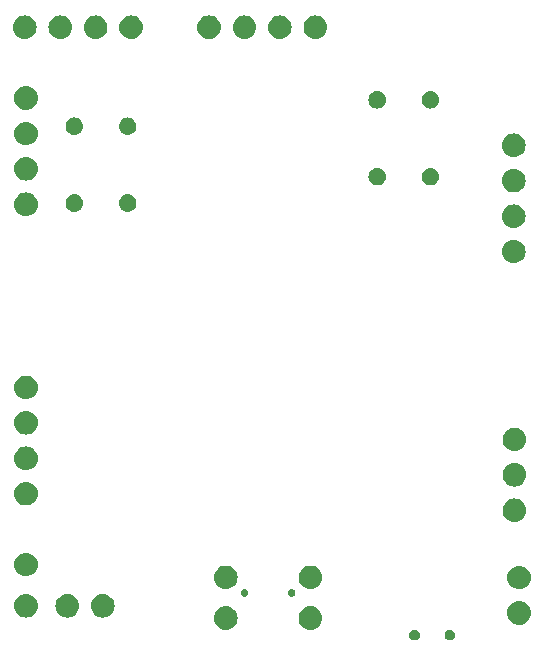
<source format=gbr>
%TF.GenerationSoftware,KiCad,Pcbnew,8.0.6*%
%TF.CreationDate,2025-01-16T10:56:52-08:00*%
%TF.ProjectId,DeskCleanerRobot2,4465736b-436c-4656-916e-6572526f626f,rev?*%
%TF.SameCoordinates,Original*%
%TF.FileFunction,Soldermask,Bot*%
%TF.FilePolarity,Negative*%
%FSLAX46Y46*%
G04 Gerber Fmt 4.6, Leading zero omitted, Abs format (unit mm)*
G04 Created by KiCad (PCBNEW 8.0.6) date 2025-01-16 10:56:52*
%MOMM*%
%LPD*%
G01*
G04 APERTURE LIST*
G04 APERTURE END LIST*
G36*
X133586937Y-84565666D02*
G01*
X133694687Y-84634913D01*
X133778564Y-84731712D01*
X133831772Y-84848220D01*
X133850000Y-84975000D01*
X133831772Y-85101780D01*
X133778564Y-85218288D01*
X133694687Y-85315087D01*
X133586937Y-85384334D01*
X133464042Y-85420420D01*
X133335958Y-85420420D01*
X133213063Y-85384334D01*
X133105313Y-85315087D01*
X133021436Y-85218288D01*
X132968228Y-85101780D01*
X132950000Y-84975000D01*
X132968228Y-84848220D01*
X133021436Y-84731712D01*
X133105313Y-84634913D01*
X133213063Y-84565666D01*
X133335958Y-84529580D01*
X133464042Y-84529580D01*
X133586937Y-84565666D01*
G37*
G36*
X136586937Y-84565666D02*
G01*
X136694687Y-84634913D01*
X136778564Y-84731712D01*
X136831772Y-84848220D01*
X136850000Y-84975000D01*
X136831772Y-85101780D01*
X136778564Y-85218288D01*
X136694687Y-85315087D01*
X136586937Y-85384334D01*
X136464042Y-85420420D01*
X136335958Y-85420420D01*
X136213063Y-85384334D01*
X136105313Y-85315087D01*
X136021436Y-85218288D01*
X135968228Y-85101780D01*
X135950000Y-84975000D01*
X135968228Y-84848220D01*
X136021436Y-84731712D01*
X136105313Y-84634913D01*
X136213063Y-84565666D01*
X136335958Y-84529580D01*
X136464042Y-84529580D01*
X136586937Y-84565666D01*
G37*
G36*
X117619603Y-82551667D02*
G01*
X117806727Y-82608430D01*
X117979181Y-82700609D01*
X118130339Y-82824661D01*
X118254391Y-82975819D01*
X118346570Y-83148273D01*
X118403333Y-83335397D01*
X118422500Y-83530000D01*
X118403333Y-83724603D01*
X118346570Y-83911727D01*
X118254391Y-84084181D01*
X118130339Y-84235339D01*
X117979181Y-84359391D01*
X117806727Y-84451570D01*
X117619603Y-84508333D01*
X117425000Y-84527500D01*
X117230397Y-84508333D01*
X117043273Y-84451570D01*
X116870819Y-84359391D01*
X116719661Y-84235339D01*
X116595609Y-84084181D01*
X116503430Y-83911727D01*
X116446667Y-83724603D01*
X116427500Y-83530000D01*
X116446667Y-83335397D01*
X116503430Y-83148273D01*
X116595609Y-82975819D01*
X116719661Y-82824661D01*
X116870819Y-82700609D01*
X117043273Y-82608430D01*
X117230397Y-82551667D01*
X117425000Y-82532500D01*
X117619603Y-82551667D01*
G37*
G36*
X124769603Y-82551667D02*
G01*
X124956727Y-82608430D01*
X125129181Y-82700609D01*
X125280339Y-82824661D01*
X125404391Y-82975819D01*
X125496570Y-83148273D01*
X125553333Y-83335397D01*
X125572500Y-83530000D01*
X125553333Y-83724603D01*
X125496570Y-83911727D01*
X125404391Y-84084181D01*
X125280339Y-84235339D01*
X125129181Y-84359391D01*
X124956727Y-84451570D01*
X124769603Y-84508333D01*
X124575000Y-84527500D01*
X124380397Y-84508333D01*
X124193273Y-84451570D01*
X124020819Y-84359391D01*
X123869661Y-84235339D01*
X123745609Y-84084181D01*
X123653430Y-83911727D01*
X123596667Y-83724603D01*
X123577500Y-83530000D01*
X123596667Y-83335397D01*
X123653430Y-83148273D01*
X123745609Y-82975819D01*
X123869661Y-82824661D01*
X124020819Y-82700609D01*
X124193273Y-82608430D01*
X124380397Y-82551667D01*
X124575000Y-82532500D01*
X124769603Y-82551667D01*
G37*
G36*
X142445090Y-82119215D02*
G01*
X142632683Y-82176120D01*
X142805570Y-82268530D01*
X142957107Y-82392893D01*
X143081470Y-82544430D01*
X143173880Y-82717317D01*
X143230785Y-82904910D01*
X143250000Y-83100000D01*
X143230785Y-83295090D01*
X143173880Y-83482683D01*
X143081470Y-83655570D01*
X142957107Y-83807107D01*
X142805570Y-83931470D01*
X142632683Y-84023880D01*
X142445090Y-84080785D01*
X142250000Y-84100000D01*
X142054910Y-84080785D01*
X141867317Y-84023880D01*
X141694430Y-83931470D01*
X141542893Y-83807107D01*
X141418530Y-83655570D01*
X141326120Y-83482683D01*
X141269215Y-83295090D01*
X141250000Y-83100000D01*
X141269215Y-82904910D01*
X141326120Y-82717317D01*
X141418530Y-82544430D01*
X141542893Y-82392893D01*
X141694430Y-82268530D01*
X141867317Y-82176120D01*
X142054910Y-82119215D01*
X142250000Y-82100000D01*
X142445090Y-82119215D01*
G37*
G36*
X100695090Y-81519215D02*
G01*
X100882683Y-81576120D01*
X101055570Y-81668530D01*
X101207107Y-81792893D01*
X101331470Y-81944430D01*
X101423880Y-82117317D01*
X101480785Y-82304910D01*
X101500000Y-82500000D01*
X101480785Y-82695090D01*
X101423880Y-82882683D01*
X101331470Y-83055570D01*
X101207107Y-83207107D01*
X101055570Y-83331470D01*
X100882683Y-83423880D01*
X100695090Y-83480785D01*
X100500000Y-83500000D01*
X100304910Y-83480785D01*
X100117317Y-83423880D01*
X99944430Y-83331470D01*
X99792893Y-83207107D01*
X99668530Y-83055570D01*
X99576120Y-82882683D01*
X99519215Y-82695090D01*
X99500000Y-82500000D01*
X99519215Y-82304910D01*
X99576120Y-82117317D01*
X99668530Y-81944430D01*
X99792893Y-81792893D01*
X99944430Y-81668530D01*
X100117317Y-81576120D01*
X100304910Y-81519215D01*
X100500000Y-81500000D01*
X100695090Y-81519215D01*
G37*
G36*
X104195090Y-81519215D02*
G01*
X104382683Y-81576120D01*
X104555570Y-81668530D01*
X104707107Y-81792893D01*
X104831470Y-81944430D01*
X104923880Y-82117317D01*
X104980785Y-82304910D01*
X105000000Y-82500000D01*
X104980785Y-82695090D01*
X104923880Y-82882683D01*
X104831470Y-83055570D01*
X104707107Y-83207107D01*
X104555570Y-83331470D01*
X104382683Y-83423880D01*
X104195090Y-83480785D01*
X104000000Y-83500000D01*
X103804910Y-83480785D01*
X103617317Y-83423880D01*
X103444430Y-83331470D01*
X103292893Y-83207107D01*
X103168530Y-83055570D01*
X103076120Y-82882683D01*
X103019215Y-82695090D01*
X103000000Y-82500000D01*
X103019215Y-82304910D01*
X103076120Y-82117317D01*
X103168530Y-81944430D01*
X103292893Y-81792893D01*
X103444430Y-81668530D01*
X103617317Y-81576120D01*
X103804910Y-81519215D01*
X104000000Y-81500000D01*
X104195090Y-81519215D01*
G37*
G36*
X107195090Y-81519215D02*
G01*
X107382683Y-81576120D01*
X107555570Y-81668530D01*
X107707107Y-81792893D01*
X107831470Y-81944430D01*
X107923880Y-82117317D01*
X107980785Y-82304910D01*
X108000000Y-82500000D01*
X107980785Y-82695090D01*
X107923880Y-82882683D01*
X107831470Y-83055570D01*
X107707107Y-83207107D01*
X107555570Y-83331470D01*
X107382683Y-83423880D01*
X107195090Y-83480785D01*
X107000000Y-83500000D01*
X106804910Y-83480785D01*
X106617317Y-83423880D01*
X106444430Y-83331470D01*
X106292893Y-83207107D01*
X106168530Y-83055570D01*
X106076120Y-82882683D01*
X106019215Y-82695090D01*
X106000000Y-82500000D01*
X106019215Y-82304910D01*
X106076120Y-82117317D01*
X106168530Y-81944430D01*
X106292893Y-81792893D01*
X106444430Y-81668530D01*
X106617317Y-81576120D01*
X106804910Y-81519215D01*
X107000000Y-81500000D01*
X107195090Y-81519215D01*
G37*
G36*
X119027174Y-81079937D02*
G01*
X119056436Y-81079937D01*
X119078978Y-81088141D01*
X119100237Y-81091509D01*
X119130265Y-81106809D01*
X119162500Y-81118542D01*
X119176735Y-81130487D01*
X119190658Y-81137581D01*
X119219175Y-81166098D01*
X119248964Y-81191094D01*
X119255511Y-81202434D01*
X119262418Y-81209341D01*
X119284345Y-81252375D01*
X119305400Y-81288843D01*
X119306708Y-81296266D01*
X119308490Y-81299762D01*
X119318770Y-81364668D01*
X119325000Y-81400000D01*
X119318769Y-81435335D01*
X119308490Y-81500237D01*
X119306709Y-81503731D01*
X119305400Y-81511157D01*
X119284340Y-81547631D01*
X119262418Y-81590658D01*
X119255512Y-81597563D01*
X119248964Y-81608906D01*
X119219168Y-81633907D01*
X119190658Y-81662418D01*
X119176738Y-81669510D01*
X119162500Y-81681458D01*
X119130258Y-81693193D01*
X119100237Y-81708490D01*
X119078983Y-81711856D01*
X119056436Y-81720063D01*
X119027168Y-81720063D01*
X119000000Y-81724366D01*
X118972832Y-81720063D01*
X118943564Y-81720063D01*
X118921017Y-81711856D01*
X118899762Y-81708490D01*
X118869737Y-81693191D01*
X118837500Y-81681458D01*
X118823262Y-81669511D01*
X118809341Y-81662418D01*
X118780824Y-81633901D01*
X118751036Y-81608906D01*
X118744488Y-81597565D01*
X118737581Y-81590658D01*
X118715650Y-81547617D01*
X118694600Y-81511157D01*
X118693291Y-81503734D01*
X118691509Y-81500237D01*
X118681220Y-81435279D01*
X118675000Y-81400000D01*
X118681220Y-81364723D01*
X118691509Y-81299762D01*
X118693291Y-81296263D01*
X118694600Y-81288843D01*
X118715646Y-81252390D01*
X118737581Y-81209341D01*
X118744489Y-81202432D01*
X118751036Y-81191094D01*
X118780818Y-81166103D01*
X118809341Y-81137581D01*
X118823265Y-81130485D01*
X118837500Y-81118542D01*
X118869731Y-81106810D01*
X118899762Y-81091509D01*
X118921022Y-81088141D01*
X118943564Y-81079937D01*
X118972825Y-81079937D01*
X119000000Y-81075633D01*
X119027174Y-81079937D01*
G37*
G36*
X123027174Y-81079937D02*
G01*
X123056436Y-81079937D01*
X123078978Y-81088141D01*
X123100237Y-81091509D01*
X123130265Y-81106809D01*
X123162500Y-81118542D01*
X123176735Y-81130487D01*
X123190658Y-81137581D01*
X123219175Y-81166098D01*
X123248964Y-81191094D01*
X123255511Y-81202434D01*
X123262418Y-81209341D01*
X123284345Y-81252375D01*
X123305400Y-81288843D01*
X123306708Y-81296266D01*
X123308490Y-81299762D01*
X123318770Y-81364668D01*
X123325000Y-81400000D01*
X123318769Y-81435335D01*
X123308490Y-81500237D01*
X123306709Y-81503731D01*
X123305400Y-81511157D01*
X123284340Y-81547631D01*
X123262418Y-81590658D01*
X123255512Y-81597563D01*
X123248964Y-81608906D01*
X123219168Y-81633907D01*
X123190658Y-81662418D01*
X123176738Y-81669510D01*
X123162500Y-81681458D01*
X123130258Y-81693193D01*
X123100237Y-81708490D01*
X123078983Y-81711856D01*
X123056436Y-81720063D01*
X123027168Y-81720063D01*
X123000000Y-81724366D01*
X122972832Y-81720063D01*
X122943564Y-81720063D01*
X122921017Y-81711856D01*
X122899762Y-81708490D01*
X122869737Y-81693191D01*
X122837500Y-81681458D01*
X122823262Y-81669511D01*
X122809341Y-81662418D01*
X122780824Y-81633901D01*
X122751036Y-81608906D01*
X122744488Y-81597565D01*
X122737581Y-81590658D01*
X122715650Y-81547617D01*
X122694600Y-81511157D01*
X122693291Y-81503734D01*
X122691509Y-81500237D01*
X122681220Y-81435279D01*
X122675000Y-81400000D01*
X122681220Y-81364723D01*
X122691509Y-81299762D01*
X122693291Y-81296263D01*
X122694600Y-81288843D01*
X122715646Y-81252390D01*
X122737581Y-81209341D01*
X122744489Y-81202432D01*
X122751036Y-81191094D01*
X122780818Y-81166103D01*
X122809341Y-81137581D01*
X122823265Y-81130485D01*
X122837500Y-81118542D01*
X122869731Y-81106810D01*
X122899762Y-81091509D01*
X122921022Y-81088141D01*
X122943564Y-81079937D01*
X122972825Y-81079937D01*
X123000000Y-81075633D01*
X123027174Y-81079937D01*
G37*
G36*
X142445090Y-79119215D02*
G01*
X142632683Y-79176120D01*
X142805570Y-79268530D01*
X142957107Y-79392893D01*
X143081470Y-79544430D01*
X143173880Y-79717317D01*
X143230785Y-79904910D01*
X143250000Y-80100000D01*
X143230785Y-80295090D01*
X143173880Y-80482683D01*
X143081470Y-80655570D01*
X142957107Y-80807107D01*
X142805570Y-80931470D01*
X142632683Y-81023880D01*
X142445090Y-81080785D01*
X142250000Y-81100000D01*
X142054910Y-81080785D01*
X141867317Y-81023880D01*
X141694430Y-80931470D01*
X141542893Y-80807107D01*
X141418530Y-80655570D01*
X141326120Y-80482683D01*
X141269215Y-80295090D01*
X141250000Y-80100000D01*
X141269215Y-79904910D01*
X141326120Y-79717317D01*
X141418530Y-79544430D01*
X141542893Y-79392893D01*
X141694430Y-79268530D01*
X141867317Y-79176120D01*
X142054910Y-79119215D01*
X142250000Y-79100000D01*
X142445090Y-79119215D01*
G37*
G36*
X117619603Y-79101667D02*
G01*
X117806727Y-79158430D01*
X117979181Y-79250609D01*
X118130339Y-79374661D01*
X118254391Y-79525819D01*
X118346570Y-79698273D01*
X118403333Y-79885397D01*
X118422500Y-80080000D01*
X118403333Y-80274603D01*
X118346570Y-80461727D01*
X118254391Y-80634181D01*
X118130339Y-80785339D01*
X117979181Y-80909391D01*
X117806727Y-81001570D01*
X117619603Y-81058333D01*
X117425000Y-81077500D01*
X117230397Y-81058333D01*
X117043273Y-81001570D01*
X116870819Y-80909391D01*
X116719661Y-80785339D01*
X116595609Y-80634181D01*
X116503430Y-80461727D01*
X116446667Y-80274603D01*
X116427500Y-80080000D01*
X116446667Y-79885397D01*
X116503430Y-79698273D01*
X116595609Y-79525819D01*
X116719661Y-79374661D01*
X116870819Y-79250609D01*
X117043273Y-79158430D01*
X117230397Y-79101667D01*
X117425000Y-79082500D01*
X117619603Y-79101667D01*
G37*
G36*
X124769603Y-79101667D02*
G01*
X124956727Y-79158430D01*
X125129181Y-79250609D01*
X125280339Y-79374661D01*
X125404391Y-79525819D01*
X125496570Y-79698273D01*
X125553333Y-79885397D01*
X125572500Y-80080000D01*
X125553333Y-80274603D01*
X125496570Y-80461727D01*
X125404391Y-80634181D01*
X125280339Y-80785339D01*
X125129181Y-80909391D01*
X124956727Y-81001570D01*
X124769603Y-81058333D01*
X124575000Y-81077500D01*
X124380397Y-81058333D01*
X124193273Y-81001570D01*
X124020819Y-80909391D01*
X123869661Y-80785339D01*
X123745609Y-80634181D01*
X123653430Y-80461727D01*
X123596667Y-80274603D01*
X123577500Y-80080000D01*
X123596667Y-79885397D01*
X123653430Y-79698273D01*
X123745609Y-79525819D01*
X123869661Y-79374661D01*
X124020819Y-79250609D01*
X124193273Y-79158430D01*
X124380397Y-79101667D01*
X124575000Y-79082500D01*
X124769603Y-79101667D01*
G37*
G36*
X100695090Y-78019215D02*
G01*
X100882683Y-78076120D01*
X101055570Y-78168530D01*
X101207107Y-78292893D01*
X101331470Y-78444430D01*
X101423880Y-78617317D01*
X101480785Y-78804910D01*
X101500000Y-79000000D01*
X101480785Y-79195090D01*
X101423880Y-79382683D01*
X101331470Y-79555570D01*
X101207107Y-79707107D01*
X101055570Y-79831470D01*
X100882683Y-79923880D01*
X100695090Y-79980785D01*
X100500000Y-80000000D01*
X100304910Y-79980785D01*
X100117317Y-79923880D01*
X99944430Y-79831470D01*
X99792893Y-79707107D01*
X99668530Y-79555570D01*
X99576120Y-79382683D01*
X99519215Y-79195090D01*
X99500000Y-79000000D01*
X99519215Y-78804910D01*
X99576120Y-78617317D01*
X99668530Y-78444430D01*
X99792893Y-78292893D01*
X99944430Y-78168530D01*
X100117317Y-78076120D01*
X100304910Y-78019215D01*
X100500000Y-78000000D01*
X100695090Y-78019215D01*
G37*
G36*
X142045090Y-73419215D02*
G01*
X142232683Y-73476120D01*
X142405570Y-73568530D01*
X142557107Y-73692893D01*
X142681470Y-73844430D01*
X142773880Y-74017317D01*
X142830785Y-74204910D01*
X142850000Y-74400000D01*
X142830785Y-74595090D01*
X142773880Y-74782683D01*
X142681470Y-74955570D01*
X142557107Y-75107107D01*
X142405570Y-75231470D01*
X142232683Y-75323880D01*
X142045090Y-75380785D01*
X141850000Y-75400000D01*
X141654910Y-75380785D01*
X141467317Y-75323880D01*
X141294430Y-75231470D01*
X141142893Y-75107107D01*
X141018530Y-74955570D01*
X140926120Y-74782683D01*
X140869215Y-74595090D01*
X140850000Y-74400000D01*
X140869215Y-74204910D01*
X140926120Y-74017317D01*
X141018530Y-73844430D01*
X141142893Y-73692893D01*
X141294430Y-73568530D01*
X141467317Y-73476120D01*
X141654910Y-73419215D01*
X141850000Y-73400000D01*
X142045090Y-73419215D01*
G37*
G36*
X100695090Y-72019215D02*
G01*
X100882683Y-72076120D01*
X101055570Y-72168530D01*
X101207107Y-72292893D01*
X101331470Y-72444430D01*
X101423880Y-72617317D01*
X101480785Y-72804910D01*
X101500000Y-73000000D01*
X101480785Y-73195090D01*
X101423880Y-73382683D01*
X101331470Y-73555570D01*
X101207107Y-73707107D01*
X101055570Y-73831470D01*
X100882683Y-73923880D01*
X100695090Y-73980785D01*
X100500000Y-74000000D01*
X100304910Y-73980785D01*
X100117317Y-73923880D01*
X99944430Y-73831470D01*
X99792893Y-73707107D01*
X99668530Y-73555570D01*
X99576120Y-73382683D01*
X99519215Y-73195090D01*
X99500000Y-73000000D01*
X99519215Y-72804910D01*
X99576120Y-72617317D01*
X99668530Y-72444430D01*
X99792893Y-72292893D01*
X99944430Y-72168530D01*
X100117317Y-72076120D01*
X100304910Y-72019215D01*
X100500000Y-72000000D01*
X100695090Y-72019215D01*
G37*
G36*
X142045090Y-70419215D02*
G01*
X142232683Y-70476120D01*
X142405570Y-70568530D01*
X142557107Y-70692893D01*
X142681470Y-70844430D01*
X142773880Y-71017317D01*
X142830785Y-71204910D01*
X142850000Y-71400000D01*
X142830785Y-71595090D01*
X142773880Y-71782683D01*
X142681470Y-71955570D01*
X142557107Y-72107107D01*
X142405570Y-72231470D01*
X142232683Y-72323880D01*
X142045090Y-72380785D01*
X141850000Y-72400000D01*
X141654910Y-72380785D01*
X141467317Y-72323880D01*
X141294430Y-72231470D01*
X141142893Y-72107107D01*
X141018530Y-71955570D01*
X140926120Y-71782683D01*
X140869215Y-71595090D01*
X140850000Y-71400000D01*
X140869215Y-71204910D01*
X140926120Y-71017317D01*
X141018530Y-70844430D01*
X141142893Y-70692893D01*
X141294430Y-70568530D01*
X141467317Y-70476120D01*
X141654910Y-70419215D01*
X141850000Y-70400000D01*
X142045090Y-70419215D01*
G37*
G36*
X100695090Y-69019215D02*
G01*
X100882683Y-69076120D01*
X101055570Y-69168530D01*
X101207107Y-69292893D01*
X101331470Y-69444430D01*
X101423880Y-69617317D01*
X101480785Y-69804910D01*
X101500000Y-70000000D01*
X101480785Y-70195090D01*
X101423880Y-70382683D01*
X101331470Y-70555570D01*
X101207107Y-70707107D01*
X101055570Y-70831470D01*
X100882683Y-70923880D01*
X100695090Y-70980785D01*
X100500000Y-71000000D01*
X100304910Y-70980785D01*
X100117317Y-70923880D01*
X99944430Y-70831470D01*
X99792893Y-70707107D01*
X99668530Y-70555570D01*
X99576120Y-70382683D01*
X99519215Y-70195090D01*
X99500000Y-70000000D01*
X99519215Y-69804910D01*
X99576120Y-69617317D01*
X99668530Y-69444430D01*
X99792893Y-69292893D01*
X99944430Y-69168530D01*
X100117317Y-69076120D01*
X100304910Y-69019215D01*
X100500000Y-69000000D01*
X100695090Y-69019215D01*
G37*
G36*
X142045090Y-67419215D02*
G01*
X142232683Y-67476120D01*
X142405570Y-67568530D01*
X142557107Y-67692893D01*
X142681470Y-67844430D01*
X142773880Y-68017317D01*
X142830785Y-68204910D01*
X142850000Y-68400000D01*
X142830785Y-68595090D01*
X142773880Y-68782683D01*
X142681470Y-68955570D01*
X142557107Y-69107107D01*
X142405570Y-69231470D01*
X142232683Y-69323880D01*
X142045090Y-69380785D01*
X141850000Y-69400000D01*
X141654910Y-69380785D01*
X141467317Y-69323880D01*
X141294430Y-69231470D01*
X141142893Y-69107107D01*
X141018530Y-68955570D01*
X140926120Y-68782683D01*
X140869215Y-68595090D01*
X140850000Y-68400000D01*
X140869215Y-68204910D01*
X140926120Y-68017317D01*
X141018530Y-67844430D01*
X141142893Y-67692893D01*
X141294430Y-67568530D01*
X141467317Y-67476120D01*
X141654910Y-67419215D01*
X141850000Y-67400000D01*
X142045090Y-67419215D01*
G37*
G36*
X100695090Y-66019215D02*
G01*
X100882683Y-66076120D01*
X101055570Y-66168530D01*
X101207107Y-66292893D01*
X101331470Y-66444430D01*
X101423880Y-66617317D01*
X101480785Y-66804910D01*
X101500000Y-67000000D01*
X101480785Y-67195090D01*
X101423880Y-67382683D01*
X101331470Y-67555570D01*
X101207107Y-67707107D01*
X101055570Y-67831470D01*
X100882683Y-67923880D01*
X100695090Y-67980785D01*
X100500000Y-68000000D01*
X100304910Y-67980785D01*
X100117317Y-67923880D01*
X99944430Y-67831470D01*
X99792893Y-67707107D01*
X99668530Y-67555570D01*
X99576120Y-67382683D01*
X99519215Y-67195090D01*
X99500000Y-67000000D01*
X99519215Y-66804910D01*
X99576120Y-66617317D01*
X99668530Y-66444430D01*
X99792893Y-66292893D01*
X99944430Y-66168530D01*
X100117317Y-66076120D01*
X100304910Y-66019215D01*
X100500000Y-66000000D01*
X100695090Y-66019215D01*
G37*
G36*
X100695090Y-63019215D02*
G01*
X100882683Y-63076120D01*
X101055570Y-63168530D01*
X101207107Y-63292893D01*
X101331470Y-63444430D01*
X101423880Y-63617317D01*
X101480785Y-63804910D01*
X101500000Y-64000000D01*
X101480785Y-64195090D01*
X101423880Y-64382683D01*
X101331470Y-64555570D01*
X101207107Y-64707107D01*
X101055570Y-64831470D01*
X100882683Y-64923880D01*
X100695090Y-64980785D01*
X100500000Y-65000000D01*
X100304910Y-64980785D01*
X100117317Y-64923880D01*
X99944430Y-64831470D01*
X99792893Y-64707107D01*
X99668530Y-64555570D01*
X99576120Y-64382683D01*
X99519215Y-64195090D01*
X99500000Y-64000000D01*
X99519215Y-63804910D01*
X99576120Y-63617317D01*
X99668530Y-63444430D01*
X99792893Y-63292893D01*
X99944430Y-63168530D01*
X100117317Y-63076120D01*
X100304910Y-63019215D01*
X100500000Y-63000000D01*
X100695090Y-63019215D01*
G37*
G36*
X141995090Y-51519215D02*
G01*
X142182683Y-51576120D01*
X142355570Y-51668530D01*
X142507107Y-51792893D01*
X142631470Y-51944430D01*
X142723880Y-52117317D01*
X142780785Y-52304910D01*
X142800000Y-52500000D01*
X142780785Y-52695090D01*
X142723880Y-52882683D01*
X142631470Y-53055570D01*
X142507107Y-53207107D01*
X142355570Y-53331470D01*
X142182683Y-53423880D01*
X141995090Y-53480785D01*
X141800000Y-53500000D01*
X141604910Y-53480785D01*
X141417317Y-53423880D01*
X141244430Y-53331470D01*
X141092893Y-53207107D01*
X140968530Y-53055570D01*
X140876120Y-52882683D01*
X140819215Y-52695090D01*
X140800000Y-52500000D01*
X140819215Y-52304910D01*
X140876120Y-52117317D01*
X140968530Y-51944430D01*
X141092893Y-51792893D01*
X141244430Y-51668530D01*
X141417317Y-51576120D01*
X141604910Y-51519215D01*
X141800000Y-51500000D01*
X141995090Y-51519215D01*
G37*
G36*
X141995090Y-48519215D02*
G01*
X142182683Y-48576120D01*
X142355570Y-48668530D01*
X142507107Y-48792893D01*
X142631470Y-48944430D01*
X142723880Y-49117317D01*
X142780785Y-49304910D01*
X142800000Y-49500000D01*
X142780785Y-49695090D01*
X142723880Y-49882683D01*
X142631470Y-50055570D01*
X142507107Y-50207107D01*
X142355570Y-50331470D01*
X142182683Y-50423880D01*
X141995090Y-50480785D01*
X141800000Y-50500000D01*
X141604910Y-50480785D01*
X141417317Y-50423880D01*
X141244430Y-50331470D01*
X141092893Y-50207107D01*
X140968530Y-50055570D01*
X140876120Y-49882683D01*
X140819215Y-49695090D01*
X140800000Y-49500000D01*
X140819215Y-49304910D01*
X140876120Y-49117317D01*
X140968530Y-48944430D01*
X141092893Y-48792893D01*
X141244430Y-48668530D01*
X141417317Y-48576120D01*
X141604910Y-48519215D01*
X141800000Y-48500000D01*
X141995090Y-48519215D01*
G37*
G36*
X100695090Y-47519215D02*
G01*
X100882683Y-47576120D01*
X101055570Y-47668530D01*
X101207107Y-47792893D01*
X101331470Y-47944430D01*
X101423880Y-48117317D01*
X101480785Y-48304910D01*
X101500000Y-48500000D01*
X101480785Y-48695090D01*
X101423880Y-48882683D01*
X101331470Y-49055570D01*
X101207107Y-49207107D01*
X101055570Y-49331470D01*
X100882683Y-49423880D01*
X100695090Y-49480785D01*
X100500000Y-49500000D01*
X100304910Y-49480785D01*
X100117317Y-49423880D01*
X99944430Y-49331470D01*
X99792893Y-49207107D01*
X99668530Y-49055570D01*
X99576120Y-48882683D01*
X99519215Y-48695090D01*
X99500000Y-48500000D01*
X99519215Y-48304910D01*
X99576120Y-48117317D01*
X99668530Y-47944430D01*
X99792893Y-47792893D01*
X99944430Y-47668530D01*
X100117317Y-47576120D01*
X100304910Y-47519215D01*
X100500000Y-47500000D01*
X100695090Y-47519215D01*
G37*
G36*
X104766891Y-47668804D02*
G01*
X104925413Y-47724273D01*
X105067617Y-47813626D01*
X105186374Y-47932383D01*
X105275727Y-48074587D01*
X105331196Y-48233109D01*
X105350000Y-48400000D01*
X105331196Y-48566891D01*
X105275727Y-48725413D01*
X105186374Y-48867617D01*
X105067617Y-48986374D01*
X104925413Y-49075727D01*
X104766891Y-49131196D01*
X104600000Y-49150000D01*
X104433109Y-49131196D01*
X104274587Y-49075727D01*
X104132383Y-48986374D01*
X104013626Y-48867617D01*
X103924273Y-48725413D01*
X103868804Y-48566891D01*
X103850000Y-48400000D01*
X103868804Y-48233109D01*
X103924273Y-48074587D01*
X104013626Y-47932383D01*
X104132383Y-47813626D01*
X104274587Y-47724273D01*
X104433109Y-47668804D01*
X104600000Y-47650000D01*
X104766891Y-47668804D01*
G37*
G36*
X109266891Y-47668804D02*
G01*
X109425413Y-47724273D01*
X109567617Y-47813626D01*
X109686374Y-47932383D01*
X109775727Y-48074587D01*
X109831196Y-48233109D01*
X109850000Y-48400000D01*
X109831196Y-48566891D01*
X109775727Y-48725413D01*
X109686374Y-48867617D01*
X109567617Y-48986374D01*
X109425413Y-49075727D01*
X109266891Y-49131196D01*
X109100000Y-49150000D01*
X108933109Y-49131196D01*
X108774587Y-49075727D01*
X108632383Y-48986374D01*
X108513626Y-48867617D01*
X108424273Y-48725413D01*
X108368804Y-48566891D01*
X108350000Y-48400000D01*
X108368804Y-48233109D01*
X108424273Y-48074587D01*
X108513626Y-47932383D01*
X108632383Y-47813626D01*
X108774587Y-47724273D01*
X108933109Y-47668804D01*
X109100000Y-47650000D01*
X109266891Y-47668804D01*
G37*
G36*
X141995090Y-45519215D02*
G01*
X142182683Y-45576120D01*
X142355570Y-45668530D01*
X142507107Y-45792893D01*
X142631470Y-45944430D01*
X142723880Y-46117317D01*
X142780785Y-46304910D01*
X142800000Y-46500000D01*
X142780785Y-46695090D01*
X142723880Y-46882683D01*
X142631470Y-47055570D01*
X142507107Y-47207107D01*
X142355570Y-47331470D01*
X142182683Y-47423880D01*
X141995090Y-47480785D01*
X141800000Y-47500000D01*
X141604910Y-47480785D01*
X141417317Y-47423880D01*
X141244430Y-47331470D01*
X141092893Y-47207107D01*
X140968530Y-47055570D01*
X140876120Y-46882683D01*
X140819215Y-46695090D01*
X140800000Y-46500000D01*
X140819215Y-46304910D01*
X140876120Y-46117317D01*
X140968530Y-45944430D01*
X141092893Y-45792893D01*
X141244430Y-45668530D01*
X141417317Y-45576120D01*
X141604910Y-45519215D01*
X141800000Y-45500000D01*
X141995090Y-45519215D01*
G37*
G36*
X130416891Y-45418804D02*
G01*
X130575413Y-45474273D01*
X130717617Y-45563626D01*
X130836374Y-45682383D01*
X130925727Y-45824587D01*
X130981196Y-45983109D01*
X131000000Y-46150000D01*
X130981196Y-46316891D01*
X130925727Y-46475413D01*
X130836374Y-46617617D01*
X130717617Y-46736374D01*
X130575413Y-46825727D01*
X130416891Y-46881196D01*
X130250000Y-46900000D01*
X130083109Y-46881196D01*
X129924587Y-46825727D01*
X129782383Y-46736374D01*
X129663626Y-46617617D01*
X129574273Y-46475413D01*
X129518804Y-46316891D01*
X129500000Y-46150000D01*
X129518804Y-45983109D01*
X129574273Y-45824587D01*
X129663626Y-45682383D01*
X129782383Y-45563626D01*
X129924587Y-45474273D01*
X130083109Y-45418804D01*
X130250000Y-45400000D01*
X130416891Y-45418804D01*
G37*
G36*
X134916891Y-45418804D02*
G01*
X135075413Y-45474273D01*
X135217617Y-45563626D01*
X135336374Y-45682383D01*
X135425727Y-45824587D01*
X135481196Y-45983109D01*
X135500000Y-46150000D01*
X135481196Y-46316891D01*
X135425727Y-46475413D01*
X135336374Y-46617617D01*
X135217617Y-46736374D01*
X135075413Y-46825727D01*
X134916891Y-46881196D01*
X134750000Y-46900000D01*
X134583109Y-46881196D01*
X134424587Y-46825727D01*
X134282383Y-46736374D01*
X134163626Y-46617617D01*
X134074273Y-46475413D01*
X134018804Y-46316891D01*
X134000000Y-46150000D01*
X134018804Y-45983109D01*
X134074273Y-45824587D01*
X134163626Y-45682383D01*
X134282383Y-45563626D01*
X134424587Y-45474273D01*
X134583109Y-45418804D01*
X134750000Y-45400000D01*
X134916891Y-45418804D01*
G37*
G36*
X100695090Y-44519215D02*
G01*
X100882683Y-44576120D01*
X101055570Y-44668530D01*
X101207107Y-44792893D01*
X101331470Y-44944430D01*
X101423880Y-45117317D01*
X101480785Y-45304910D01*
X101500000Y-45500000D01*
X101480785Y-45695090D01*
X101423880Y-45882683D01*
X101331470Y-46055570D01*
X101207107Y-46207107D01*
X101055570Y-46331470D01*
X100882683Y-46423880D01*
X100695090Y-46480785D01*
X100500000Y-46500000D01*
X100304910Y-46480785D01*
X100117317Y-46423880D01*
X99944430Y-46331470D01*
X99792893Y-46207107D01*
X99668530Y-46055570D01*
X99576120Y-45882683D01*
X99519215Y-45695090D01*
X99500000Y-45500000D01*
X99519215Y-45304910D01*
X99576120Y-45117317D01*
X99668530Y-44944430D01*
X99792893Y-44792893D01*
X99944430Y-44668530D01*
X100117317Y-44576120D01*
X100304910Y-44519215D01*
X100500000Y-44500000D01*
X100695090Y-44519215D01*
G37*
G36*
X141995090Y-42519215D02*
G01*
X142182683Y-42576120D01*
X142355570Y-42668530D01*
X142507107Y-42792893D01*
X142631470Y-42944430D01*
X142723880Y-43117317D01*
X142780785Y-43304910D01*
X142800000Y-43500000D01*
X142780785Y-43695090D01*
X142723880Y-43882683D01*
X142631470Y-44055570D01*
X142507107Y-44207107D01*
X142355570Y-44331470D01*
X142182683Y-44423880D01*
X141995090Y-44480785D01*
X141800000Y-44500000D01*
X141604910Y-44480785D01*
X141417317Y-44423880D01*
X141244430Y-44331470D01*
X141092893Y-44207107D01*
X140968530Y-44055570D01*
X140876120Y-43882683D01*
X140819215Y-43695090D01*
X140800000Y-43500000D01*
X140819215Y-43304910D01*
X140876120Y-43117317D01*
X140968530Y-42944430D01*
X141092893Y-42792893D01*
X141244430Y-42668530D01*
X141417317Y-42576120D01*
X141604910Y-42519215D01*
X141800000Y-42500000D01*
X141995090Y-42519215D01*
G37*
G36*
X100695090Y-41519215D02*
G01*
X100882683Y-41576120D01*
X101055570Y-41668530D01*
X101207107Y-41792893D01*
X101331470Y-41944430D01*
X101423880Y-42117317D01*
X101480785Y-42304910D01*
X101500000Y-42500000D01*
X101480785Y-42695090D01*
X101423880Y-42882683D01*
X101331470Y-43055570D01*
X101207107Y-43207107D01*
X101055570Y-43331470D01*
X100882683Y-43423880D01*
X100695090Y-43480785D01*
X100500000Y-43500000D01*
X100304910Y-43480785D01*
X100117317Y-43423880D01*
X99944430Y-43331470D01*
X99792893Y-43207107D01*
X99668530Y-43055570D01*
X99576120Y-42882683D01*
X99519215Y-42695090D01*
X99500000Y-42500000D01*
X99519215Y-42304910D01*
X99576120Y-42117317D01*
X99668530Y-41944430D01*
X99792893Y-41792893D01*
X99944430Y-41668530D01*
X100117317Y-41576120D01*
X100304910Y-41519215D01*
X100500000Y-41500000D01*
X100695090Y-41519215D01*
G37*
G36*
X104766891Y-41168804D02*
G01*
X104925413Y-41224273D01*
X105067617Y-41313626D01*
X105186374Y-41432383D01*
X105275727Y-41574587D01*
X105331196Y-41733109D01*
X105350000Y-41900000D01*
X105331196Y-42066891D01*
X105275727Y-42225413D01*
X105186374Y-42367617D01*
X105067617Y-42486374D01*
X104925413Y-42575727D01*
X104766891Y-42631196D01*
X104600000Y-42650000D01*
X104433109Y-42631196D01*
X104274587Y-42575727D01*
X104132383Y-42486374D01*
X104013626Y-42367617D01*
X103924273Y-42225413D01*
X103868804Y-42066891D01*
X103850000Y-41900000D01*
X103868804Y-41733109D01*
X103924273Y-41574587D01*
X104013626Y-41432383D01*
X104132383Y-41313626D01*
X104274587Y-41224273D01*
X104433109Y-41168804D01*
X104600000Y-41150000D01*
X104766891Y-41168804D01*
G37*
G36*
X109266891Y-41168804D02*
G01*
X109425413Y-41224273D01*
X109567617Y-41313626D01*
X109686374Y-41432383D01*
X109775727Y-41574587D01*
X109831196Y-41733109D01*
X109850000Y-41900000D01*
X109831196Y-42066891D01*
X109775727Y-42225413D01*
X109686374Y-42367617D01*
X109567617Y-42486374D01*
X109425413Y-42575727D01*
X109266891Y-42631196D01*
X109100000Y-42650000D01*
X108933109Y-42631196D01*
X108774587Y-42575727D01*
X108632383Y-42486374D01*
X108513626Y-42367617D01*
X108424273Y-42225413D01*
X108368804Y-42066891D01*
X108350000Y-41900000D01*
X108368804Y-41733109D01*
X108424273Y-41574587D01*
X108513626Y-41432383D01*
X108632383Y-41313626D01*
X108774587Y-41224273D01*
X108933109Y-41168804D01*
X109100000Y-41150000D01*
X109266891Y-41168804D01*
G37*
G36*
X100695090Y-38519215D02*
G01*
X100882683Y-38576120D01*
X101055570Y-38668530D01*
X101207107Y-38792893D01*
X101331470Y-38944430D01*
X101423880Y-39117317D01*
X101480785Y-39304910D01*
X101500000Y-39500000D01*
X101480785Y-39695090D01*
X101423880Y-39882683D01*
X101331470Y-40055570D01*
X101207107Y-40207107D01*
X101055570Y-40331470D01*
X100882683Y-40423880D01*
X100695090Y-40480785D01*
X100500000Y-40500000D01*
X100304910Y-40480785D01*
X100117317Y-40423880D01*
X99944430Y-40331470D01*
X99792893Y-40207107D01*
X99668530Y-40055570D01*
X99576120Y-39882683D01*
X99519215Y-39695090D01*
X99500000Y-39500000D01*
X99519215Y-39304910D01*
X99576120Y-39117317D01*
X99668530Y-38944430D01*
X99792893Y-38792893D01*
X99944430Y-38668530D01*
X100117317Y-38576120D01*
X100304910Y-38519215D01*
X100500000Y-38500000D01*
X100695090Y-38519215D01*
G37*
G36*
X130416891Y-38918804D02*
G01*
X130575413Y-38974273D01*
X130717617Y-39063626D01*
X130836374Y-39182383D01*
X130925727Y-39324587D01*
X130981196Y-39483109D01*
X131000000Y-39650000D01*
X130981196Y-39816891D01*
X130925727Y-39975413D01*
X130836374Y-40117617D01*
X130717617Y-40236374D01*
X130575413Y-40325727D01*
X130416891Y-40381196D01*
X130250000Y-40400000D01*
X130083109Y-40381196D01*
X129924587Y-40325727D01*
X129782383Y-40236374D01*
X129663626Y-40117617D01*
X129574273Y-39975413D01*
X129518804Y-39816891D01*
X129500000Y-39650000D01*
X129518804Y-39483109D01*
X129574273Y-39324587D01*
X129663626Y-39182383D01*
X129782383Y-39063626D01*
X129924587Y-38974273D01*
X130083109Y-38918804D01*
X130250000Y-38900000D01*
X130416891Y-38918804D01*
G37*
G36*
X134916891Y-38918804D02*
G01*
X135075413Y-38974273D01*
X135217617Y-39063626D01*
X135336374Y-39182383D01*
X135425727Y-39324587D01*
X135481196Y-39483109D01*
X135500000Y-39650000D01*
X135481196Y-39816891D01*
X135425727Y-39975413D01*
X135336374Y-40117617D01*
X135217617Y-40236374D01*
X135075413Y-40325727D01*
X134916891Y-40381196D01*
X134750000Y-40400000D01*
X134583109Y-40381196D01*
X134424587Y-40325727D01*
X134282383Y-40236374D01*
X134163626Y-40117617D01*
X134074273Y-39975413D01*
X134018804Y-39816891D01*
X134000000Y-39650000D01*
X134018804Y-39483109D01*
X134074273Y-39324587D01*
X134163626Y-39182383D01*
X134282383Y-39063626D01*
X134424587Y-38974273D01*
X134583109Y-38918804D01*
X134750000Y-38900000D01*
X134916891Y-38918804D01*
G37*
G36*
X100595090Y-32519215D02*
G01*
X100782683Y-32576120D01*
X100955570Y-32668530D01*
X101107107Y-32792893D01*
X101231470Y-32944430D01*
X101323880Y-33117317D01*
X101380785Y-33304910D01*
X101400000Y-33500000D01*
X101380785Y-33695090D01*
X101323880Y-33882683D01*
X101231470Y-34055570D01*
X101107107Y-34207107D01*
X100955570Y-34331470D01*
X100782683Y-34423880D01*
X100595090Y-34480785D01*
X100400000Y-34500000D01*
X100204910Y-34480785D01*
X100017317Y-34423880D01*
X99844430Y-34331470D01*
X99692893Y-34207107D01*
X99568530Y-34055570D01*
X99476120Y-33882683D01*
X99419215Y-33695090D01*
X99400000Y-33500000D01*
X99419215Y-33304910D01*
X99476120Y-33117317D01*
X99568530Y-32944430D01*
X99692893Y-32792893D01*
X99844430Y-32668530D01*
X100017317Y-32576120D01*
X100204910Y-32519215D01*
X100400000Y-32500000D01*
X100595090Y-32519215D01*
G37*
G36*
X103595090Y-32519215D02*
G01*
X103782683Y-32576120D01*
X103955570Y-32668530D01*
X104107107Y-32792893D01*
X104231470Y-32944430D01*
X104323880Y-33117317D01*
X104380785Y-33304910D01*
X104400000Y-33500000D01*
X104380785Y-33695090D01*
X104323880Y-33882683D01*
X104231470Y-34055570D01*
X104107107Y-34207107D01*
X103955570Y-34331470D01*
X103782683Y-34423880D01*
X103595090Y-34480785D01*
X103400000Y-34500000D01*
X103204910Y-34480785D01*
X103017317Y-34423880D01*
X102844430Y-34331470D01*
X102692893Y-34207107D01*
X102568530Y-34055570D01*
X102476120Y-33882683D01*
X102419215Y-33695090D01*
X102400000Y-33500000D01*
X102419215Y-33304910D01*
X102476120Y-33117317D01*
X102568530Y-32944430D01*
X102692893Y-32792893D01*
X102844430Y-32668530D01*
X103017317Y-32576120D01*
X103204910Y-32519215D01*
X103400000Y-32500000D01*
X103595090Y-32519215D01*
G37*
G36*
X106595090Y-32519215D02*
G01*
X106782683Y-32576120D01*
X106955570Y-32668530D01*
X107107107Y-32792893D01*
X107231470Y-32944430D01*
X107323880Y-33117317D01*
X107380785Y-33304910D01*
X107400000Y-33500000D01*
X107380785Y-33695090D01*
X107323880Y-33882683D01*
X107231470Y-34055570D01*
X107107107Y-34207107D01*
X106955570Y-34331470D01*
X106782683Y-34423880D01*
X106595090Y-34480785D01*
X106400000Y-34500000D01*
X106204910Y-34480785D01*
X106017317Y-34423880D01*
X105844430Y-34331470D01*
X105692893Y-34207107D01*
X105568530Y-34055570D01*
X105476120Y-33882683D01*
X105419215Y-33695090D01*
X105400000Y-33500000D01*
X105419215Y-33304910D01*
X105476120Y-33117317D01*
X105568530Y-32944430D01*
X105692893Y-32792893D01*
X105844430Y-32668530D01*
X106017317Y-32576120D01*
X106204910Y-32519215D01*
X106400000Y-32500000D01*
X106595090Y-32519215D01*
G37*
G36*
X109595090Y-32519215D02*
G01*
X109782683Y-32576120D01*
X109955570Y-32668530D01*
X110107107Y-32792893D01*
X110231470Y-32944430D01*
X110323880Y-33117317D01*
X110380785Y-33304910D01*
X110400000Y-33500000D01*
X110380785Y-33695090D01*
X110323880Y-33882683D01*
X110231470Y-34055570D01*
X110107107Y-34207107D01*
X109955570Y-34331470D01*
X109782683Y-34423880D01*
X109595090Y-34480785D01*
X109400000Y-34500000D01*
X109204910Y-34480785D01*
X109017317Y-34423880D01*
X108844430Y-34331470D01*
X108692893Y-34207107D01*
X108568530Y-34055570D01*
X108476120Y-33882683D01*
X108419215Y-33695090D01*
X108400000Y-33500000D01*
X108419215Y-33304910D01*
X108476120Y-33117317D01*
X108568530Y-32944430D01*
X108692893Y-32792893D01*
X108844430Y-32668530D01*
X109017317Y-32576120D01*
X109204910Y-32519215D01*
X109400000Y-32500000D01*
X109595090Y-32519215D01*
G37*
G36*
X116195090Y-32519215D02*
G01*
X116382683Y-32576120D01*
X116555570Y-32668530D01*
X116707107Y-32792893D01*
X116831470Y-32944430D01*
X116923880Y-33117317D01*
X116980785Y-33304910D01*
X117000000Y-33500000D01*
X116980785Y-33695090D01*
X116923880Y-33882683D01*
X116831470Y-34055570D01*
X116707107Y-34207107D01*
X116555570Y-34331470D01*
X116382683Y-34423880D01*
X116195090Y-34480785D01*
X116000000Y-34500000D01*
X115804910Y-34480785D01*
X115617317Y-34423880D01*
X115444430Y-34331470D01*
X115292893Y-34207107D01*
X115168530Y-34055570D01*
X115076120Y-33882683D01*
X115019215Y-33695090D01*
X115000000Y-33500000D01*
X115019215Y-33304910D01*
X115076120Y-33117317D01*
X115168530Y-32944430D01*
X115292893Y-32792893D01*
X115444430Y-32668530D01*
X115617317Y-32576120D01*
X115804910Y-32519215D01*
X116000000Y-32500000D01*
X116195090Y-32519215D01*
G37*
G36*
X119195090Y-32519215D02*
G01*
X119382683Y-32576120D01*
X119555570Y-32668530D01*
X119707107Y-32792893D01*
X119831470Y-32944430D01*
X119923880Y-33117317D01*
X119980785Y-33304910D01*
X120000000Y-33500000D01*
X119980785Y-33695090D01*
X119923880Y-33882683D01*
X119831470Y-34055570D01*
X119707107Y-34207107D01*
X119555570Y-34331470D01*
X119382683Y-34423880D01*
X119195090Y-34480785D01*
X119000000Y-34500000D01*
X118804910Y-34480785D01*
X118617317Y-34423880D01*
X118444430Y-34331470D01*
X118292893Y-34207107D01*
X118168530Y-34055570D01*
X118076120Y-33882683D01*
X118019215Y-33695090D01*
X118000000Y-33500000D01*
X118019215Y-33304910D01*
X118076120Y-33117317D01*
X118168530Y-32944430D01*
X118292893Y-32792893D01*
X118444430Y-32668530D01*
X118617317Y-32576120D01*
X118804910Y-32519215D01*
X119000000Y-32500000D01*
X119195090Y-32519215D01*
G37*
G36*
X122195090Y-32519215D02*
G01*
X122382683Y-32576120D01*
X122555570Y-32668530D01*
X122707107Y-32792893D01*
X122831470Y-32944430D01*
X122923880Y-33117317D01*
X122980785Y-33304910D01*
X123000000Y-33500000D01*
X122980785Y-33695090D01*
X122923880Y-33882683D01*
X122831470Y-34055570D01*
X122707107Y-34207107D01*
X122555570Y-34331470D01*
X122382683Y-34423880D01*
X122195090Y-34480785D01*
X122000000Y-34500000D01*
X121804910Y-34480785D01*
X121617317Y-34423880D01*
X121444430Y-34331470D01*
X121292893Y-34207107D01*
X121168530Y-34055570D01*
X121076120Y-33882683D01*
X121019215Y-33695090D01*
X121000000Y-33500000D01*
X121019215Y-33304910D01*
X121076120Y-33117317D01*
X121168530Y-32944430D01*
X121292893Y-32792893D01*
X121444430Y-32668530D01*
X121617317Y-32576120D01*
X121804910Y-32519215D01*
X122000000Y-32500000D01*
X122195090Y-32519215D01*
G37*
G36*
X125195090Y-32519215D02*
G01*
X125382683Y-32576120D01*
X125555570Y-32668530D01*
X125707107Y-32792893D01*
X125831470Y-32944430D01*
X125923880Y-33117317D01*
X125980785Y-33304910D01*
X126000000Y-33500000D01*
X125980785Y-33695090D01*
X125923880Y-33882683D01*
X125831470Y-34055570D01*
X125707107Y-34207107D01*
X125555570Y-34331470D01*
X125382683Y-34423880D01*
X125195090Y-34480785D01*
X125000000Y-34500000D01*
X124804910Y-34480785D01*
X124617317Y-34423880D01*
X124444430Y-34331470D01*
X124292893Y-34207107D01*
X124168530Y-34055570D01*
X124076120Y-33882683D01*
X124019215Y-33695090D01*
X124000000Y-33500000D01*
X124019215Y-33304910D01*
X124076120Y-33117317D01*
X124168530Y-32944430D01*
X124292893Y-32792893D01*
X124444430Y-32668530D01*
X124617317Y-32576120D01*
X124804910Y-32519215D01*
X125000000Y-32500000D01*
X125195090Y-32519215D01*
G37*
M02*

</source>
